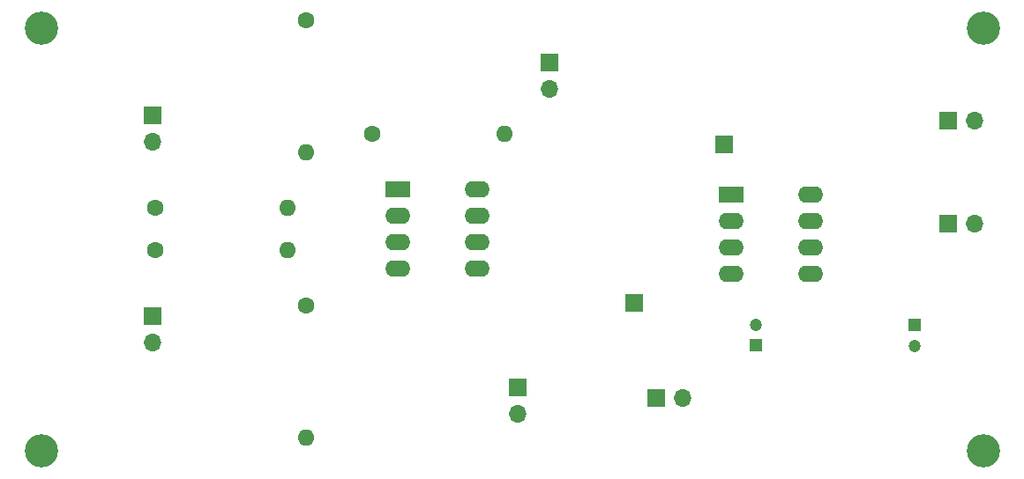
<source format=gbr>
%TF.GenerationSoftware,KiCad,Pcbnew,7.0.10-7.0.10~ubuntu22.04.1*%
%TF.CreationDate,2024-02-22T18:41:36-08:00*%
%TF.ProjectId,INA129-Amplifier,494e4131-3239-42d4-916d-706c69666965,rev?*%
%TF.SameCoordinates,PX2bf7208PY9a4d770*%
%TF.FileFunction,Soldermask,Bot*%
%TF.FilePolarity,Negative*%
%FSLAX46Y46*%
G04 Gerber Fmt 4.6, Leading zero omitted, Abs format (unit mm)*
G04 Created by KiCad (PCBNEW 7.0.10-7.0.10~ubuntu22.04.1) date 2024-02-22 18:41:36*
%MOMM*%
%LPD*%
G01*
G04 APERTURE LIST*
%ADD10C,3.200000*%
%ADD11R,1.700000X1.700000*%
%ADD12R,2.400000X1.600000*%
%ADD13O,2.400000X1.600000*%
%ADD14O,1.700000X1.700000*%
%ADD15C,1.600000*%
%ADD16O,1.600000X1.600000*%
%ADD17R,1.200000X1.200000*%
%ADD18C,1.200000*%
G04 APERTURE END LIST*
D10*
%TO.C,H4*%
X95123000Y4826000D03*
%TD*%
%TO.C,H3*%
X95123000Y45466000D03*
%TD*%
%TO.C,H2*%
X4699000Y45466000D03*
%TD*%
%TO.C,H1*%
X4699000Y4826000D03*
%TD*%
D11*
%TO.C,J9*%
X70231000Y34290000D03*
%TD*%
%TO.C,J8*%
X61595000Y19050000D03*
%TD*%
D12*
%TO.C,U3*%
X70978000Y29454000D03*
D13*
X70978000Y26914000D03*
X70978000Y24374000D03*
X70978000Y21834000D03*
X78598000Y21834000D03*
X78598000Y24374000D03*
X78598000Y26914000D03*
X78598000Y29454000D03*
%TD*%
D12*
%TO.C,U1*%
X38974000Y29962000D03*
D13*
X38974000Y27422000D03*
X38974000Y24882000D03*
X38974000Y22342000D03*
X46594000Y22342000D03*
X46594000Y24882000D03*
X46594000Y27422000D03*
X46594000Y29962000D03*
%TD*%
D11*
%TO.C,J5*%
X63749000Y9906000D03*
D14*
X66289000Y9906000D03*
%TD*%
D15*
%TO.C,R2*%
X15621000Y24130000D03*
D16*
X28321000Y24130000D03*
%TD*%
D15*
%TO.C,R3*%
X15621000Y28194000D03*
D16*
X28321000Y28194000D03*
%TD*%
%TO.C,R5*%
X30099000Y6096000D03*
D15*
X30099000Y18796000D03*
%TD*%
%TO.C,R6*%
X30099000Y46228000D03*
D16*
X30099000Y33528000D03*
%TD*%
D15*
%TO.C,R10*%
X36449000Y35306000D03*
D16*
X49149000Y35306000D03*
%TD*%
D11*
%TO.C,J7*%
X91816000Y36581000D03*
D14*
X94356000Y36581000D03*
%TD*%
D11*
%TO.C,J6*%
X91816000Y26670000D03*
D14*
X94356000Y26670000D03*
%TD*%
%TO.C,J4*%
X50419000Y8382000D03*
D11*
X50419000Y10922000D03*
%TD*%
%TO.C,J3*%
X53467000Y42169000D03*
D14*
X53467000Y39629000D03*
%TD*%
D11*
%TO.C,J1*%
X15367000Y17785000D03*
D14*
X15367000Y15245000D03*
%TD*%
D11*
%TO.C,J2*%
X15367000Y37089000D03*
D14*
X15367000Y34549000D03*
%TD*%
D17*
%TO.C,C9*%
X88519000Y16952000D03*
D18*
X88519000Y14952000D03*
%TD*%
D17*
%TO.C,C7*%
X73279000Y14986000D03*
D18*
X73279000Y16986000D03*
%TD*%
M02*

</source>
